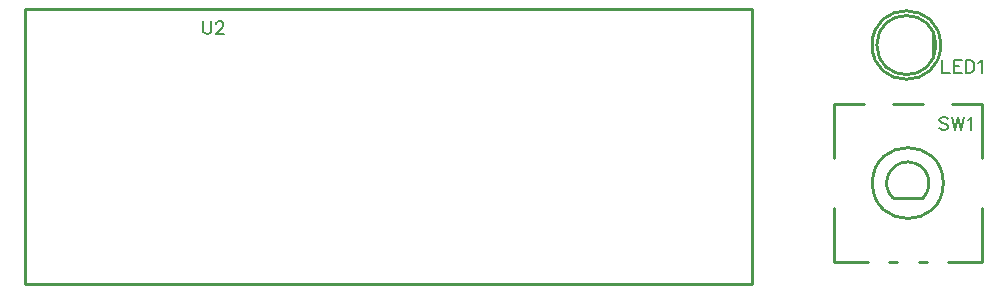
<source format=gto>
G04 Layer: TopSilkLayer*
G04 EasyEDA v6.2.46, 2019-12-20T21:21:12+01:00*
G04 d37f97ebf7a94133afb56d0d7468e1fa,4a9c1d379d7447c5bd0ffc32acf6fcf4,10*
G04 Gerber Generator version 0.2*
G04 Scale: 100 percent, Rotated: No, Reflected: No *
G04 Dimensions in millimeters *
G04 leading zeros omitted , absolute positions ,3 integer and 3 decimal *
%FSLAX33Y33*%
%MOMM*%
G90*
G71D02*

%ADD10C,0.254000*%
%ADD25C,0.152400*%

%LPD*%
G54D10*
G01X76454Y8758D02*
G01X73914Y8758D01*
G01X68934Y3328D02*
G01X68934Y7878D01*
G01X81434Y3328D02*
G01X81434Y7878D01*
G01X68934Y12178D02*
G01X68934Y16728D01*
G01X81434Y12178D02*
G01X81434Y16728D01*
G01X78884Y16728D02*
G01X81434Y16728D01*
G01X78584Y3328D02*
G01X81434Y3328D01*
G01X76103Y3328D02*
G01X76804Y3328D01*
G01X73583Y3328D02*
G01X74284Y3328D01*
G01X68934Y3328D02*
G01X71784Y3328D01*
G01X73909Y16728D02*
G01X76458Y16728D01*
G01X68934Y16728D02*
G01X71484Y16728D01*
G01X77276Y22857D02*
G01X77276Y20627D01*
G01X61976Y1524D02*
G01X475Y1524D01*
G01X475Y24793D01*
G01X61976Y24793D01*
G01X61976Y1524D01*
G54D25*
G01X78577Y15463D02*
G01X78473Y15567D01*
G01X78318Y15621D01*
G01X78110Y15621D01*
G01X77955Y15567D01*
G01X77851Y15463D01*
G01X77851Y15361D01*
G01X77901Y15257D01*
G01X77955Y15204D01*
G01X78059Y15153D01*
G01X78371Y15049D01*
G01X78473Y14996D01*
G01X78526Y14945D01*
G01X78577Y14841D01*
G01X78577Y14686D01*
G01X78473Y14582D01*
G01X78318Y14528D01*
G01X78110Y14528D01*
G01X77955Y14582D01*
G01X77851Y14686D01*
G01X78920Y15621D02*
G01X79181Y14528D01*
G01X79441Y15621D02*
G01X79181Y14528D01*
G01X79441Y15621D02*
G01X79700Y14528D01*
G01X79959Y15621D02*
G01X79700Y14528D01*
G01X80302Y15412D02*
G01X80406Y15463D01*
G01X80563Y15621D01*
G01X80563Y14528D01*
G01X78105Y20447D02*
G01X78105Y19357D01*
G01X78105Y19357D02*
G01X78727Y19357D01*
G01X79070Y20447D02*
G01X79070Y19357D01*
G01X79070Y20447D02*
G01X79745Y20447D01*
G01X79070Y19928D02*
G01X79486Y19928D01*
G01X79070Y19357D02*
G01X79745Y19357D01*
G01X80088Y20447D02*
G01X80088Y19357D01*
G01X80088Y20447D02*
G01X80454Y20447D01*
G01X80609Y20396D01*
G01X80713Y20292D01*
G01X80764Y20187D01*
G01X80817Y20032D01*
G01X80817Y19771D01*
G01X80764Y19616D01*
G01X80713Y19512D01*
G01X80609Y19408D01*
G01X80454Y19357D01*
G01X80088Y19357D01*
G01X81160Y20238D02*
G01X81264Y20292D01*
G01X81419Y20447D01*
G01X81419Y19357D01*
G01X15494Y23749D02*
G01X15494Y22971D01*
G01X15544Y22814D01*
G01X15648Y22710D01*
G01X15806Y22659D01*
G01X15910Y22659D01*
G01X16065Y22710D01*
G01X16169Y22814D01*
G01X16220Y22971D01*
G01X16220Y23749D01*
G01X16616Y23489D02*
G01X16616Y23543D01*
G01X16667Y23647D01*
G01X16720Y23698D01*
G01X16824Y23749D01*
G01X17030Y23749D01*
G01X17134Y23698D01*
G01X17188Y23647D01*
G01X17238Y23543D01*
G01X17238Y23439D01*
G01X17188Y23335D01*
G01X17084Y23177D01*
G01X16563Y22659D01*
G01X17292Y22659D01*
G54D10*
G75*
G01X76454Y8759D02*
G03X73914Y8759I-1270J1270D01*
G01*
G75*
G01X78184Y10029D02*
G03X78184Y10029I-3000J0D01*
G01*
G75*
G01X77557Y21717D02*
G03X77557Y21717I-2500J0D01*
G01*
G75*
G01X77957Y21717D02*
G03X77957Y21717I-2900J0D01*
G01*
M00*
M02*

</source>
